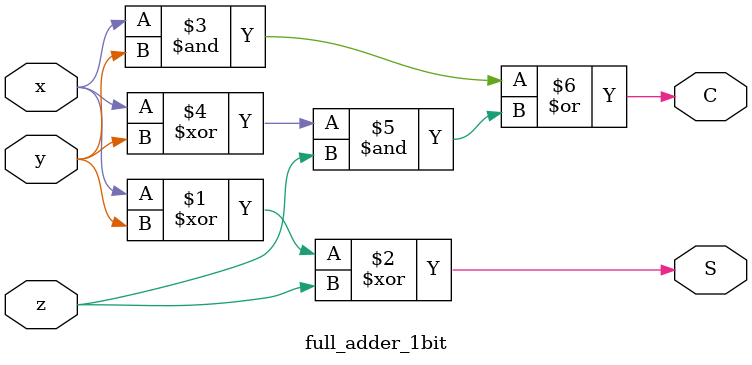
<source format=sv>
`timescale 1ns / 1ps


module full_adder_1bit(
		input x,y,z,
		output S,C );
   assign S = x^y^z;
   assign C = x&y|(x^y)&z;
endmodule

</source>
